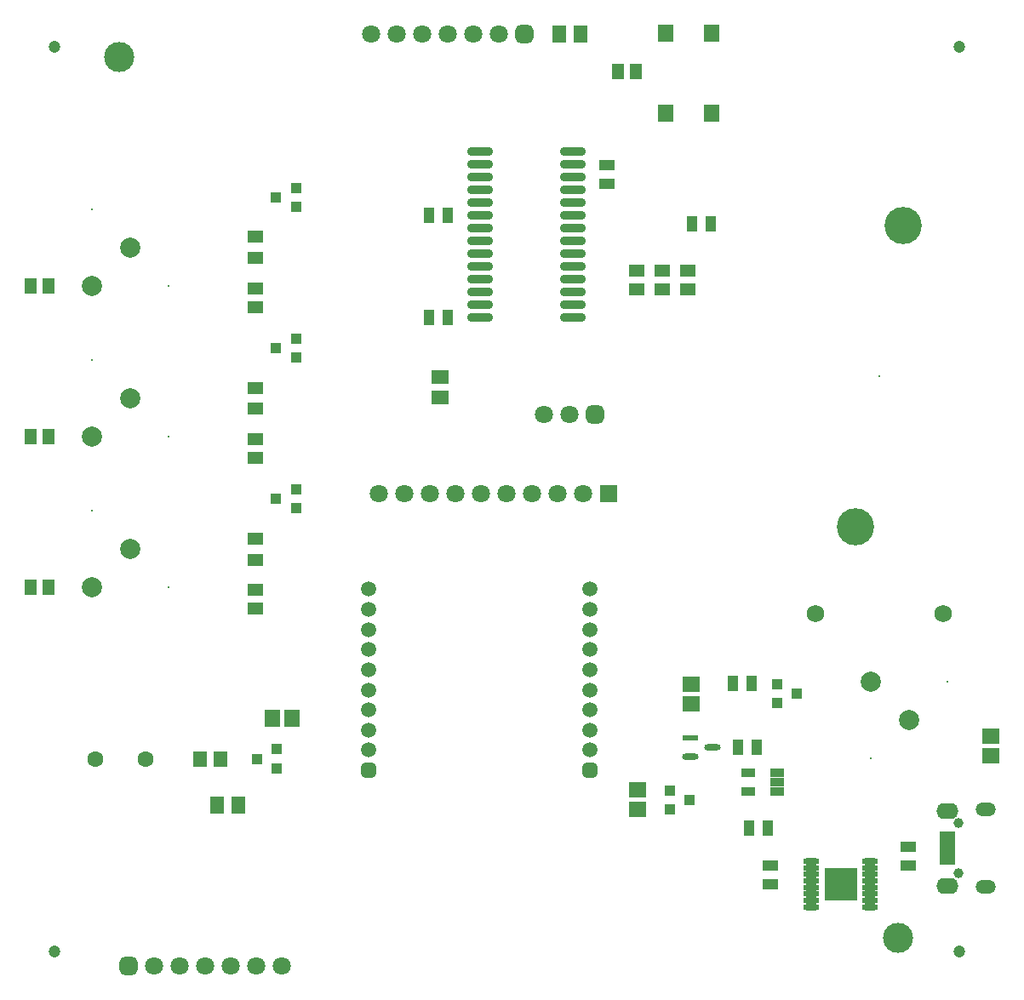
<source format=gbr>
%TF.GenerationSoftware,Altium Limited,Altium Designer,22.7.1 (60)*%
G04 Layer_Color=4660084*
%FSLAX43Y43*%
%MOMM*%
%TF.SameCoordinates,2B380584-264C-487A-9C59-0A3591007A03*%
%TF.FilePolarity,Negative*%
%TF.FileFunction,Soldermask,Top*%
%TF.Part,Single*%
G01*
G75*
%TA.AperFunction,SMDPad,CuDef*%
G04:AMPARAMS|DCode=17|XSize=1.636mm|YSize=0.625mm|CornerRadius=0.313mm|HoleSize=0mm|Usage=FLASHONLY|Rotation=0.000|XOffset=0mm|YOffset=0mm|HoleType=Round|Shape=RoundedRectangle|*
%AMROUNDEDRECTD17*
21,1,1.636,0.000,0,0,0.0*
21,1,1.011,0.625,0,0,0.0*
1,1,0.625,0.505,0.000*
1,1,0.625,-0.505,0.000*
1,1,0.625,-0.505,0.000*
1,1,0.625,0.505,0.000*
%
%ADD17ROUNDEDRECTD17*%
%ADD18R,1.636X0.625*%
%TA.AperFunction,ComponentPad*%
%ADD35C,1.600*%
%ADD44C,1.800*%
G04:AMPARAMS|DCode=51|XSize=1.8mm|YSize=1.8mm|CornerRadius=0.5mm|HoleSize=0mm|Usage=FLASHONLY|Rotation=180.000|XOffset=0mm|YOffset=0mm|HoleType=Round|Shape=RoundedRectangle|*
%AMROUNDEDRECTD51*
21,1,1.800,0.800,0,0,180.0*
21,1,0.800,1.800,0,0,180.0*
1,1,1.000,-0.400,0.400*
1,1,1.000,0.400,0.400*
1,1,1.000,0.400,-0.400*
1,1,1.000,-0.400,-0.400*
%
%ADD51ROUNDEDRECTD51*%
%ADD52O,2.200X1.600*%
%ADD53C,1.000*%
%ADD54O,2.000X1.350*%
%ADD56C,1.730*%
%ADD57C,3.700*%
%ADD58C,1.500*%
G04:AMPARAMS|DCode=59|XSize=1.5mm|YSize=1.5mm|CornerRadius=0.425mm|HoleSize=0mm|Usage=FLASHONLY|Rotation=90.000|XOffset=0mm|YOffset=0mm|HoleType=Round|Shape=RoundedRectangle|*
%AMROUNDEDRECTD59*
21,1,1.500,0.650,0,0,90.0*
21,1,0.650,1.500,0,0,90.0*
1,1,0.850,0.325,0.325*
1,1,0.850,0.325,-0.325*
1,1,0.850,-0.325,-0.325*
1,1,0.850,-0.325,0.325*
%
%ADD59ROUNDEDRECTD59*%
%ADD60C,2.000*%
%ADD61C,0.200*%
%ADD62R,1.800X1.800*%
%TA.AperFunction,WasherPad*%
%ADD63C,1.200*%
%TA.AperFunction,FiducialPad,Global*%
%ADD73C,3.000*%
%TA.AperFunction,SMDPad,CuDef*%
%ADD74R,1.650X1.250*%
%ADD75R,1.450X1.750*%
%ADD76R,1.750X1.450*%
%ADD77R,1.550X1.750*%
%ADD78R,1.750X1.550*%
%ADD79R,1.500X1.750*%
%ADD80R,1.500X0.650*%
%ADD81O,2.550X0.900*%
%ADD82R,1.100X1.500*%
%ADD83R,1.400X0.850*%
%ADD84R,1.500X1.100*%
%ADD85R,1.500X1.300*%
%ADD86R,1.200X1.550*%
%ADD87R,1.100X1.000*%
%ADD88O,1.600X0.650*%
%ADD89R,3.300X3.300*%
%ADD90R,1.400X1.650*%
D17*
X70432Y25273D02*
D03*
X68252Y24323D02*
D03*
D18*
Y26223D02*
D03*
D35*
X9057Y24130D02*
D03*
X14057D02*
D03*
D44*
X36449Y96266D02*
D03*
X38989D02*
D03*
X44069D02*
D03*
X49149D02*
D03*
X46609D02*
D03*
X41529D02*
D03*
X27620Y3500D02*
D03*
X25080D02*
D03*
X20000D02*
D03*
X14920D02*
D03*
X17460D02*
D03*
X22540D02*
D03*
X56174Y58404D02*
D03*
X53634D02*
D03*
X37211Y50546D02*
D03*
X42291D02*
D03*
X47371D02*
D03*
X52451D02*
D03*
X57531D02*
D03*
X54991D02*
D03*
X49911D02*
D03*
X44831D02*
D03*
X39751D02*
D03*
D51*
X51689Y96266D02*
D03*
X12380Y3500D02*
D03*
X58714Y58404D02*
D03*
D52*
X93800Y11515D02*
D03*
Y18965D02*
D03*
D53*
X94900Y12740D02*
D03*
Y17740D02*
D03*
D54*
X97600Y11365D02*
D03*
Y19115D02*
D03*
D56*
X93372Y38611D02*
D03*
X80672D02*
D03*
D57*
X89372Y77221D02*
D03*
X84672Y47251D02*
D03*
D58*
X36244Y41000D02*
D03*
Y39000D02*
D03*
Y37000D02*
D03*
Y25000D02*
D03*
Y27000D02*
D03*
Y29000D02*
D03*
Y31000D02*
D03*
Y33000D02*
D03*
Y35000D02*
D03*
X58244Y41000D02*
D03*
Y39000D02*
D03*
Y37000D02*
D03*
Y25000D02*
D03*
Y27000D02*
D03*
Y29000D02*
D03*
Y31000D02*
D03*
Y33000D02*
D03*
Y35000D02*
D03*
D59*
X36244Y23000D02*
D03*
X58244D02*
D03*
D60*
X12500Y75000D02*
D03*
X8690Y71190D02*
D03*
X12500Y60000D02*
D03*
X8690Y56190D02*
D03*
X12500Y45000D02*
D03*
X8690Y41190D02*
D03*
X90000Y28000D02*
D03*
X86190Y31810D02*
D03*
D61*
X87022Y62236D02*
D03*
X8690Y78810D02*
D03*
X16310Y71190D02*
D03*
X8690Y63810D02*
D03*
X16310Y56190D02*
D03*
X8690Y48810D02*
D03*
X16310Y41190D02*
D03*
X93810Y31810D02*
D03*
X86190Y24190D02*
D03*
D62*
X60071Y50546D02*
D03*
D63*
X5000Y5000D02*
D03*
X95000D02*
D03*
Y95000D02*
D03*
X5000D02*
D03*
D73*
X11430Y93980D02*
D03*
X88900Y6350D02*
D03*
D74*
X65405Y70830D02*
D03*
Y72680D02*
D03*
X62865Y70830D02*
D03*
Y72680D02*
D03*
X25000Y70925D02*
D03*
Y69075D02*
D03*
Y54075D02*
D03*
Y55925D02*
D03*
Y39075D02*
D03*
Y40925D02*
D03*
X67945Y72680D02*
D03*
Y70830D02*
D03*
D75*
X57286Y96266D02*
D03*
X55236D02*
D03*
X23250Y19558D02*
D03*
X21200D02*
D03*
D76*
X43355Y60075D02*
D03*
Y62125D02*
D03*
D77*
X26645Y28169D02*
D03*
X28595D02*
D03*
D78*
X68326Y29632D02*
D03*
Y31582D02*
D03*
X62992Y19091D02*
D03*
Y21041D02*
D03*
X98133Y24460D02*
D03*
Y26410D02*
D03*
D79*
X70322Y96304D02*
D03*
X65822D02*
D03*
X70322Y88354D02*
D03*
X65822D02*
D03*
D80*
X93800Y13940D02*
D03*
Y14590D02*
D03*
Y15890D02*
D03*
Y15240D02*
D03*
Y16540D02*
D03*
D81*
X47293Y84582D02*
D03*
Y83312D02*
D03*
Y82042D02*
D03*
Y80772D02*
D03*
Y79502D02*
D03*
Y78232D02*
D03*
Y76962D02*
D03*
Y75692D02*
D03*
Y74422D02*
D03*
Y73152D02*
D03*
Y71882D02*
D03*
Y70612D02*
D03*
Y69342D02*
D03*
Y68072D02*
D03*
X56593Y84582D02*
D03*
Y83312D02*
D03*
Y82042D02*
D03*
Y80772D02*
D03*
Y79502D02*
D03*
Y78232D02*
D03*
Y76962D02*
D03*
Y75692D02*
D03*
Y74422D02*
D03*
Y73152D02*
D03*
Y71882D02*
D03*
Y70612D02*
D03*
Y69342D02*
D03*
Y68072D02*
D03*
D82*
X74056Y17272D02*
D03*
X75956D02*
D03*
X68392Y77343D02*
D03*
X70292D02*
D03*
X44130Y68072D02*
D03*
X42230D02*
D03*
X72964Y25273D02*
D03*
X74864D02*
D03*
X72456Y31623D02*
D03*
X74356D02*
D03*
X42230Y78232D02*
D03*
X44130D02*
D03*
D83*
X76913Y20894D02*
D03*
Y21844D02*
D03*
Y22794D02*
D03*
X73963D02*
D03*
Y20894D02*
D03*
D84*
X89916Y13528D02*
D03*
Y15428D02*
D03*
X76200Y11623D02*
D03*
Y13523D02*
D03*
X59973Y83202D02*
D03*
Y81302D02*
D03*
D85*
X25000Y76050D02*
D03*
Y73950D02*
D03*
Y61050D02*
D03*
Y58950D02*
D03*
Y46050D02*
D03*
Y43950D02*
D03*
D86*
X4400Y41179D02*
D03*
X2600D02*
D03*
X62823Y92547D02*
D03*
X61023D02*
D03*
X2600Y71190D02*
D03*
X4400D02*
D03*
X2600Y56190D02*
D03*
X4400D02*
D03*
D87*
X78851Y30607D02*
D03*
X76851Y29657D02*
D03*
Y31557D02*
D03*
X27123Y23196D02*
D03*
Y25096D02*
D03*
X25123Y24146D02*
D03*
X29000Y79050D02*
D03*
Y80950D02*
D03*
X27000Y80000D02*
D03*
X29000Y64050D02*
D03*
Y65950D02*
D03*
X27000Y65000D02*
D03*
X29000Y49050D02*
D03*
Y50950D02*
D03*
X27000Y50000D02*
D03*
X66183Y21016D02*
D03*
Y19116D02*
D03*
X68183Y20066D02*
D03*
D88*
X86135Y13959D02*
D03*
Y13309D02*
D03*
Y12659D02*
D03*
Y12009D02*
D03*
Y11359D02*
D03*
Y10709D02*
D03*
Y9409D02*
D03*
Y10059D02*
D03*
X80235Y13959D02*
D03*
Y12659D02*
D03*
Y12009D02*
D03*
Y13309D02*
D03*
Y10709D02*
D03*
Y11359D02*
D03*
Y9409D02*
D03*
Y10059D02*
D03*
D89*
X83185Y11684D02*
D03*
D90*
X19475Y24146D02*
D03*
X21475D02*
D03*
%TF.MD5,a852e0071ca453279863a40f96ed599b*%
M02*

</source>
